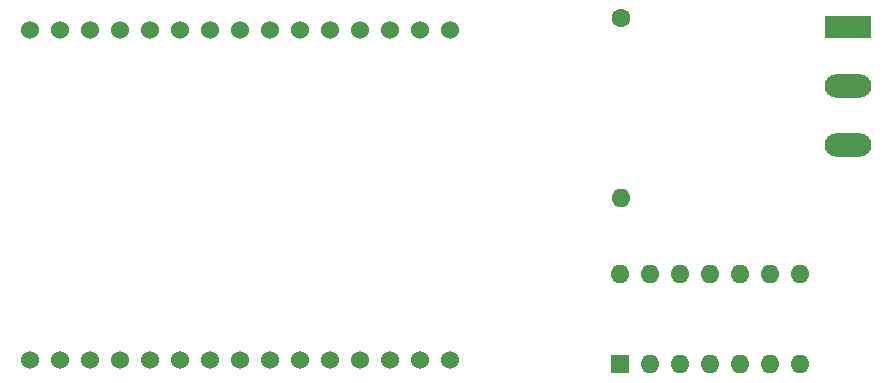
<source format=gbr>
%TF.GenerationSoftware,KiCad,Pcbnew,(6.0.10)*%
%TF.CreationDate,2023-01-27T13:30:17-06:00*%
%TF.ProjectId,H2O-Esquem_tico_JDver2-KiCad,48324f2d-4573-4717-9565-6de17469636f,rev?*%
%TF.SameCoordinates,Original*%
%TF.FileFunction,Copper,L1,Top*%
%TF.FilePolarity,Positive*%
%FSLAX46Y46*%
G04 Gerber Fmt 4.6, Leading zero omitted, Abs format (unit mm)*
G04 Created by KiCad (PCBNEW (6.0.10)) date 2023-01-27 13:30:17*
%MOMM*%
%LPD*%
G01*
G04 APERTURE LIST*
%TA.AperFunction,ComponentPad*%
%ADD10R,3.960000X1.980000*%
%TD*%
%TA.AperFunction,ComponentPad*%
%ADD11O,3.960000X1.980000*%
%TD*%
%TA.AperFunction,ComponentPad*%
%ADD12R,1.600000X1.600000*%
%TD*%
%TA.AperFunction,ComponentPad*%
%ADD13O,1.600000X1.600000*%
%TD*%
%TA.AperFunction,ComponentPad*%
%ADD14C,1.524000*%
%TD*%
%TA.AperFunction,ComponentPad*%
%ADD15C,1.600000*%
%TD*%
G04 APERTURE END LIST*
D10*
%TO.P,J8,1,Pin_1*%
%TO.N,Net-(1K8-Pad1)*%
X158155000Y-54320000D03*
D11*
%TO.P,J8,2,Pin_2*%
%TO.N,Net-(J8-Pad2)*%
X158155000Y-59320000D03*
%TO.P,J8,3,Pin_3*%
%TO.N,Net-(J8-Pad3)*%
X158155000Y-64320000D03*
%TD*%
D12*
%TO.P,U2,1*%
%TO.N,Net-(1K8-Pad2)*%
X138870000Y-82920000D03*
D13*
%TO.P,U2,2,-*%
%TO.N,Net-(J8-Pad2)*%
X141410000Y-82920000D03*
%TO.P,U2,3,+*%
%TO.N,Net-(U1-Pad25)*%
X143950000Y-82920000D03*
%TO.P,U2,4,V+*%
%TO.N,Net-(J8-Pad3)*%
X146490000Y-82920000D03*
%TO.P,U2,5*%
%TO.N,N/C*%
X149030000Y-82920000D03*
%TO.P,U2,6*%
X151570000Y-82920000D03*
%TO.P,U2,7*%
X154110000Y-82920000D03*
%TO.P,U2,8*%
X154110000Y-75300000D03*
%TO.P,U2,9*%
X151570000Y-75300000D03*
%TO.P,U2,10*%
X149030000Y-75300000D03*
%TO.P,U2,11,V-*%
%TO.N,Net-(1K8-Pad1)*%
X146490000Y-75300000D03*
%TO.P,U2,12*%
%TO.N,N/C*%
X143950000Y-75300000D03*
%TO.P,U2,13*%
X141410000Y-75300000D03*
%TO.P,U2,14*%
X138870000Y-75300000D03*
%TD*%
D14*
%TO.P,U1,1,A0(ADC0)*%
%TO.N,unconnected-(U1-Pad1)*%
X124460000Y-54610000D03*
%TO.P,U1,2,RSV*%
%TO.N,unconnected-(U1-Pad2)*%
X121920000Y-54610000D03*
%TO.P,U1,3,RSV*%
%TO.N,unconnected-(U1-Pad3)*%
X119380000Y-54610000D03*
%TO.P,U1,4,SD3(GPIO10)*%
%TO.N,unconnected-(U1-Pad4)*%
X116840000Y-54610000D03*
%TO.P,U1,5,SD2(GPIO9)*%
%TO.N,unconnected-(U1-Pad5)*%
X114300000Y-54610000D03*
%TO.P,U1,6,SD1(MOSI)*%
%TO.N,unconnected-(U1-Pad6)*%
X111760000Y-54610000D03*
%TO.P,U1,7,CMD(CS)*%
%TO.N,unconnected-(U1-Pad7)*%
X109220000Y-54610000D03*
%TO.P,U1,8,SDO(MISO)*%
%TO.N,unconnected-(U1-Pad8)*%
X106680000Y-54610000D03*
%TO.P,U1,9,CLK(SCLK)*%
%TO.N,unconnected-(U1-Pad9)*%
X104140000Y-54610000D03*
%TO.P,U1,10,GND*%
%TO.N,unconnected-(U1-Pad10)*%
X101600000Y-54610000D03*
%TO.P,U1,11,3.3V*%
%TO.N,unconnected-(U1-Pad11)*%
X99060000Y-54610000D03*
%TO.P,U1,12,EN*%
%TO.N,unconnected-(U1-Pad12)*%
X96520000Y-54610000D03*
%TO.P,U1,13,RST*%
%TO.N,unconnected-(U1-Pad13)*%
X93980000Y-54610000D03*
%TO.P,U1,14,GND*%
%TO.N,Net-(1K8-Pad1)*%
X91440000Y-54610000D03*
%TO.P,U1,15,VIN*%
%TO.N,Net-(J8-Pad3)*%
X88900000Y-54610000D03*
%TO.P,U1,16,3.3V*%
%TO.N,unconnected-(U1-Pad16)*%
X88900000Y-82550000D03*
%TO.P,U1,17,GND*%
%TO.N,unconnected-(U1-Pad17)*%
X91440000Y-82550000D03*
%TO.P,U1,18,TX(GPIO1)*%
%TO.N,unconnected-(U1-Pad18)*%
X93980000Y-82550000D03*
%TO.P,U1,19,RX(DPIO3)*%
%TO.N,unconnected-(U1-Pad19)*%
X96520000Y-82550000D03*
%TO.P,U1,20,D8(GPIO15)*%
%TO.N,unconnected-(U1-Pad20)*%
X99060000Y-82550000D03*
%TO.P,U1,21,D7(GPIO13)*%
%TO.N,unconnected-(U1-Pad21)*%
X101600000Y-82550000D03*
%TO.P,U1,22,D6(GPIO12)*%
%TO.N,unconnected-(U1-Pad22)*%
X104140000Y-82550000D03*
%TO.P,U1,23,D5(GPIO14)*%
%TO.N,unconnected-(U1-Pad23)*%
X106680000Y-82550000D03*
%TO.P,U1,24,GND*%
%TO.N,unconnected-(U1-Pad24)*%
X109220000Y-82550000D03*
%TO.P,U1,25,3.3V*%
%TO.N,Net-(U1-Pad25)*%
X111760000Y-82550000D03*
%TO.P,U1,26,D4(GPIO2)*%
%TO.N,Net-(1K8-Pad2)*%
X114300000Y-82550000D03*
%TO.P,U1,27,D3(GPIO0)*%
%TO.N,unconnected-(U1-Pad27)*%
X116840000Y-82550000D03*
%TO.P,U1,28,D2(GPIO4)*%
%TO.N,unconnected-(U1-Pad28)*%
X119380000Y-82550000D03*
%TO.P,U1,29,D1(GPIO5)*%
%TO.N,unconnected-(U1-Pad29)*%
X121920000Y-82550000D03*
%TO.P,U1,30,D0(GPIO16)*%
%TO.N,unconnected-(U1-Pad30)*%
X124460000Y-82550000D03*
%TD*%
D15*
%TO.P,1K8,1*%
%TO.N,Net-(1K8-Pad1)*%
X138875000Y-53620000D03*
D13*
%TO.P,1K8,2*%
%TO.N,Net-(1K8-Pad2)*%
X138875000Y-68860000D03*
%TD*%
M02*

</source>
